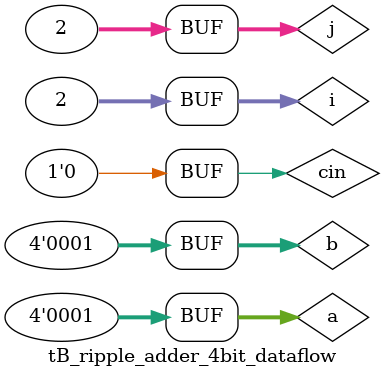
<source format=v>
module tB_ripple_adder_4bit_dataflow();
  
    // Declare variables and nets for module ports
    reg [3:0] a;
    reg [3:0] b;
    reg cin;
    wire [3:0]sum;
    wire cout; 
  
    integer i, j; // used for verification
    
    // Instantiate the module
    ripple_adder_4bit_dataflow RIPPLE_ADD_4BIT(
        .a(a),
        .b(b),
        .carry_in(cin),
        .sum(sum),
        .carry_out(cout)
        );
  
    // Generate stimulus and monitor module ports
    initial begin
      $monitor("a=%b, b=%b, carry_in=%0b, sum=%0d, carry_out=%b", a, b, cin, sum, cout);
    end  
  
    initial begin
        #1; a = 4'b0000; b = 4'b0000; cin = 0;
        #1; a = 4'b0000; b = 4'b0000; cin = 1;
        #1; a = 4'b0001; b = 4'b0001; cin = 0;
        #1; a = 4'b0001; b = 4'b0001; cin = 1;
        #1; a = 4'd3;    b = 4'd6;    cin = 0;
        // Change the values of a and b and observe the effects
      
        for (i=0; i<2; i=i+1) begin
            for (j=0; j<2; j=j+1) begin
                #1 a = i; b = j; cin = 0;
            end
        end
        // Change the loops limits observe the effects

    end
  
endmodule

/*
Output:
# a=xxxx, b=xxxx, carry_in=x, sum=x, carry_out=x
# a=0000, b=0000, carry_in=0, sum=0, carry_out=0
# a=0000, b=0000, carry_in=1, sum=1, carry_out=0
# a=0001, b=0001, carry_in=0, sum=2, carry_out=0
# a=0001, b=0001, carry_in=1, sum=3, carry_out=0
# a=0011, b=0110, carry_in=0, sum=9, carry_out=0
# a=0000, b=0000, carry_in=0, sum=0, carry_out=0
# a=0000, b=0001, carry_in=0, sum=1, carry_out=0
# a=0001, b=0000, carry_in=0, sum=1, carry_out=0
# a=0001, b=0001, carry_in=0, sum=2, carry_out=0
*/
</source>
